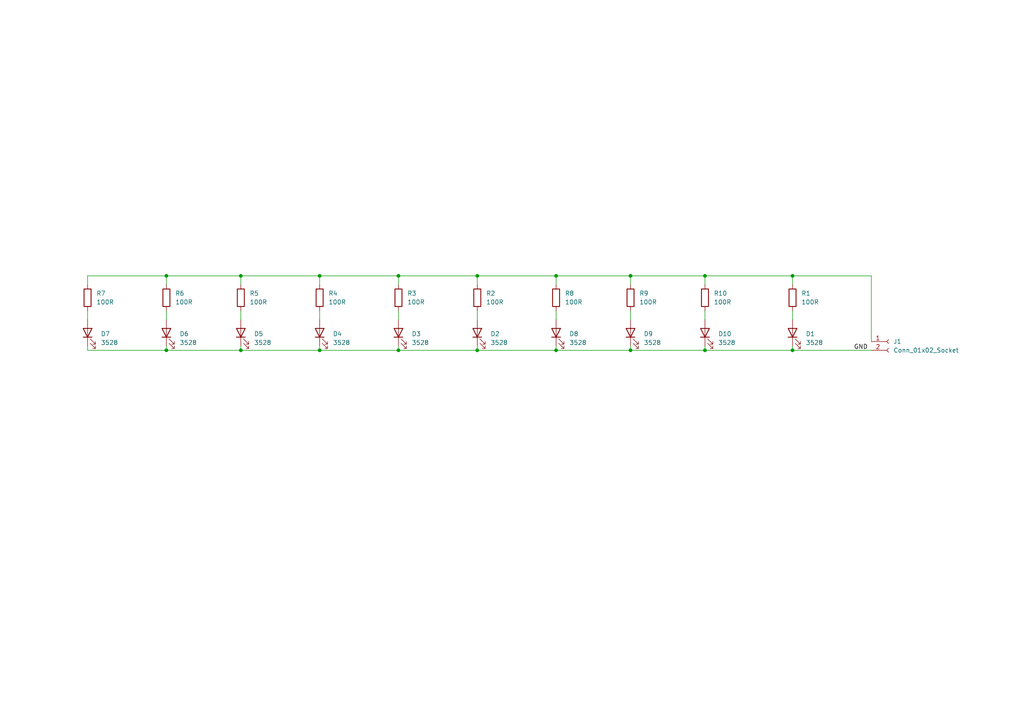
<source format=kicad_sch>
(kicad_sch (version 20230121) (generator eeschema)
  (paper "A4")
  (lib_symbols
    (symbol "Connector:Conn_01x02_Socket" (pin_names (offset 1.016) hide)
      (property "Reference" "J" (at 0 2.54 0))
      (property "Value" "Conn_01x02_Socket" (at 0 -5.08 0))
      (symbol "Conn_01x02_Socket_1_1"
        (arc (start 0 -2.032) (mid -0.5058 -2.54) (end 0 -3.048) (stroke (width 0.1524)))
        (polyline (pts (xy -1.27 -2.54) (xy -0.508 -2.54)) (stroke (width 0.1524)))
        (polyline (pts (xy -1.27 0) (xy -0.508 0)) (stroke (width 0.1524)))
        (arc (start 0 0.508) (mid -0.5058 0) (end 0 -0.508) (stroke (width 0.1524)))
        (pin passive line (at -5.08 0 0) (length 3.81) (name "Pin_1") (number "1"))
        (pin passive line (at -5.08 -2.54 0) (length 3.81) (name "Pin_2") (number "2"))
      )
    )
    (symbol "Device:LED" (pin_numbers hide) (pin_names (offset 1.016) hide)
      (property "Reference" "D" (at 0 2.54 0))
      (property "Value" "LED" (at 0 -2.54 0))
      (symbol "LED_0_1"
        (polyline (pts (xy -1.27 -1.27) (xy -1.27 1.27)) (stroke (width 0.254)))
        (polyline (pts (xy -1.27 0) (xy 1.27 0)))
        (polyline (pts (xy 1.27 -1.27) (xy 1.27 1.27) (xy -1.27 0) (xy 1.27 -1.27)) (stroke (width 0.254)))
        (polyline (pts (xy -3.048 -0.762) (xy -4.572 -2.286) (xy -3.81 -2.286) (xy -4.572 -2.286) (xy -4.572 -1.524)))
        (polyline (pts (xy -1.778 -0.762) (xy -3.302 -2.286) (xy -2.54 -2.286) (xy -3.302 -2.286) (xy -3.302 -1.524)))
      )
      (symbol "LED_1_1"
        (pin passive line (at -3.81 0 0) (length 2.54) (name "K") (number "1"))
        (pin passive line (at 3.81 0 180) (length 2.54) (name "A") (number "2"))
      )
    )
    (symbol "Device:R" (pin_numbers hide) (pin_names (offset 0))
      (property "Reference" "R" (at 2.032 0 90))
      (property "Value" "R" (at 0 0 90))
      (symbol "R_0_1"
        (rectangle (start -1.016 -2.54) (end 1.016 2.54) (stroke (width 0.254)))
      )
      (symbol "R_1_1"
        (pin passive line (at 0 3.81 270) (length 1.27) (name "~") (number "1"))
        (pin passive line (at 0 -3.81 90) (length 1.27) (name "~") (number "2"))
      )
    )
  )
  (junction (at 204.47 101.6))
  (junction (at 69.85 80.01))
  (junction (at 161.29 80.01))
  (junction (at 48.26 101.6))
  (junction (at 92.71 80.01))
  (junction (at 138.43 101.6))
  (junction (at 229.87 101.6))
  (junction (at 69.85 101.6))
  (junction (at 92.71 101.6))
  (junction (at 115.57 101.6))
  (junction (at 204.47 80.01))
  (junction (at 182.88 101.6))
  (junction (at 138.43 80.01))
  (junction (at 161.29 101.6))
  (junction (at 182.88 80.01))
  (junction (at 229.87 80.01))
  (junction (at 115.57 80.01))
  (junction (at 48.26 80.01))
  (wire (pts (xy 204.47 80.01) (xy 229.87 80.01)))
  (wire (pts (xy 182.88 101.6) (xy 204.47 101.6)))
  (wire (pts (xy 161.29 100.33) (xy 161.29 101.6)))
  (wire (pts (xy 229.87 90.17) (xy 229.87 92.71)))
  (wire (pts (xy 204.47 90.17) (xy 204.47 92.71)))
  (wire (pts (xy 115.57 101.6) (xy 138.43 101.6)))
  (wire (pts (xy 115.57 100.33) (xy 115.57 101.6)))
  (wire (pts (xy 92.71 100.33) (xy 92.71 101.6)))
  (wire (pts (xy 48.26 90.17) (xy 48.26 92.71)))
  (wire (pts (xy 25.4 80.01) (xy 48.26 80.01)))
  (wire (pts (xy 182.88 90.17) (xy 182.88 92.71)))
  (wire (pts (xy 25.4 90.17) (xy 25.4 92.71)))
  (wire (pts (xy 115.57 80.01) (xy 115.57 82.55)))
  (wire (pts (xy 229.87 80.01) (xy 229.87 82.55)))
  (wire (pts (xy 161.29 80.01) (xy 182.88 80.01)))
  (wire (pts (xy 252.73 80.01) (xy 229.87 80.01)))
  (wire (pts (xy 92.71 80.01) (xy 92.71 82.55)))
  (wire (pts (xy 92.71 101.6) (xy 115.57 101.6)))
  (wire (pts (xy 138.43 101.6) (xy 161.29 101.6)))
  (wire (pts (xy 204.47 101.6) (xy 229.87 101.6)))
  (wire (pts (xy 25.4 100.33) (xy 25.4 101.6)))
  (wire (pts (xy 229.87 101.6) (xy 252.73 101.6)))
  (wire (pts (xy 138.43 100.33) (xy 138.43 101.6)))
  (wire (pts (xy 252.73 99.06) (xy 252.73 80.01)))
  (wire (pts (xy 92.71 80.01) (xy 115.57 80.01)))
  (wire (pts (xy 138.43 80.01) (xy 161.29 80.01)))
  (wire (pts (xy 69.85 80.01) (xy 92.71 80.01)))
  (wire (pts (xy 161.29 90.17) (xy 161.29 92.71)))
  (wire (pts (xy 48.26 80.01) (xy 48.26 82.55)))
  (wire (pts (xy 48.26 101.6) (xy 69.85 101.6)))
  (wire (pts (xy 182.88 80.01) (xy 204.47 80.01)))
  (wire (pts (xy 115.57 90.17) (xy 115.57 92.71)))
  (wire (pts (xy 25.4 101.6) (xy 48.26 101.6)))
  (wire (pts (xy 48.26 80.01) (xy 69.85 80.01)))
  (wire (pts (xy 161.29 80.01) (xy 161.29 82.55)))
  (wire (pts (xy 229.87 100.33) (xy 229.87 101.6)))
  (wire (pts (xy 204.47 100.33) (xy 204.47 101.6)))
  (wire (pts (xy 182.88 100.33) (xy 182.88 101.6)))
  (wire (pts (xy 69.85 90.17) (xy 69.85 92.71)))
  (wire (pts (xy 69.85 100.33) (xy 69.85 101.6)))
  (wire (pts (xy 204.47 80.01) (xy 204.47 82.55)))
  (wire (pts (xy 69.85 80.01) (xy 69.85 82.55)))
  (wire (pts (xy 92.71 90.17) (xy 92.71 92.71)))
  (wire (pts (xy 182.88 80.01) (xy 182.88 82.55)))
  (wire (pts (xy 69.85 101.6) (xy 92.71 101.6)))
  (wire (pts (xy 138.43 90.17) (xy 138.43 92.71)))
  (wire (pts (xy 48.26 100.33) (xy 48.26 101.6)))
  (wire (pts (xy 138.43 80.01) (xy 138.43 82.55)))
  (wire (pts (xy 25.4 82.55) (xy 25.4 80.01)))
  (wire (pts (xy 161.29 101.6) (xy 182.88 101.6)))
  (wire (pts (xy 115.57 80.01) (xy 138.43 80.01)))
  (label "GND" (at 247.65 101.6 0))
  (symbol (lib_id "Device:R") (at 182.88 86.36 0) (unit 1)
    (property "Reference" "R9" (at 185.42 85.09 0) (effects (justify left)))
    (property "Value" "100R" (at 185.42 87.63 0) (effects (justify left)))
    (property "Footprint" "Resistor_SMD:R_0603_1608Metric_Pad0.98x0.95mm_HandSolder" (effects hide))
  )
  (symbol (lib_id "Device:R") (at 204.47 86.36 0) (unit 1)
    (property "Reference" "R10" (at 207.01 85.09 0) (effects (justify left)))
    (property "Value" "100R" (at 207.01 87.63 0) (effects (justify left)))
    (property "Footprint" "Resistor_SMD:R_0603_1608Metric_Pad0.98x0.95mm_HandSolder" (effects hide))
  )
  (symbol (lib_id "Device:LED") (at 115.57 96.52 90) (unit 1)
    (property "Reference" "D3" (at 119.38 96.8375 90) (effects (justify right)))
    (property "Value" "3528" (at 119.38 99.3775 90) (effects (justify right)))
    (property "Footprint" "LED_SMD:LED_PLCC_2835_Handsoldering" (effects hide))
  )
  (symbol (lib_id "Device:R") (at 115.57 86.36 0) (unit 1)
    (property "Reference" "R3" (at 118.11 85.09 0) (effects (justify left)))
    (property "Value" "100R" (at 118.11 87.63 0) (effects (justify left)))
    (property "Footprint" "Resistor_SMD:R_0603_1608Metric_Pad0.98x0.95mm_HandSolder" (effects hide))
  )
  (symbol (lib_id "Device:LED") (at 182.88 96.52 90) (unit 1)
    (property "Reference" "D9" (at 186.69 96.8375 90) (effects (justify right)))
    (property "Value" "3528" (at 186.69 99.3775 90) (effects (justify right)))
    (property "Footprint" "LED_SMD:LED_PLCC_2835_Handsoldering" (effects hide))
  )
  (symbol (lib_id "Device:LED") (at 138.43 96.52 90) (unit 1)
    (property "Reference" "D2" (at 142.24 96.8375 90) (effects (justify right)))
    (property "Value" "3528" (at 142.24 99.3775 90) (effects (justify right)))
    (property "Footprint" "LED_SMD:LED_PLCC_2835_Handsoldering" (effects hide))
  )
  (symbol (lib_id "Device:R") (at 48.26 86.36 0) (unit 1)
    (property "Reference" "R6" (at 50.8 85.09 0) (effects (justify left)))
    (property "Value" "100R" (at 50.8 87.63 0) (effects (justify left)))
    (property "Footprint" "Resistor_SMD:R_0603_1608Metric_Pad0.98x0.95mm_HandSolder" (effects hide))
  )
  (symbol (lib_id "Connector:Conn_01x02_Socket") (at 257.81 99.06 0) (unit 1)
    (property "Reference" "J1" (at 259.08 99.06 0) (effects (justify left)))
    (property "Value" "Conn_01x02_Socket" (at 259.08 101.6 0) (effects (justify left)))
    (property "Footprint" "Connector_JST:JST_XH_S2B-XH-A_1x02_P2.50mm_Horizontal" (effects hide))
  )
  (symbol (lib_id "Device:LED") (at 69.85 96.52 90) (unit 1)
    (property "Reference" "D5" (at 73.66 96.8375 90) (effects (justify right)))
    (property "Value" "3528" (at 73.66 99.3775 90) (effects (justify right)))
    (property "Footprint" "LED_SMD:LED_PLCC_2835_Handsoldering" (effects hide))
  )
  (symbol (lib_id "Device:R") (at 161.29 86.36 0) (unit 1)
    (property "Reference" "R8" (at 163.83 85.09 0) (effects (justify left)))
    (property "Value" "100R" (at 163.83 87.63 0) (effects (justify left)))
    (property "Footprint" "Resistor_SMD:R_0603_1608Metric_Pad0.98x0.95mm_HandSolder" (effects hide))
  )
  (symbol (lib_id "Device:LED") (at 48.26 96.52 90) (unit 1)
    (property "Reference" "D6" (at 52.07 96.8375 90) (effects (justify right)))
    (property "Value" "3528" (at 52.07 99.3775 90) (effects (justify right)))
    (property "Footprint" "LED_SMD:LED_PLCC_2835_Handsoldering" (effects hide))
  )
  (symbol (lib_id "Device:LED") (at 92.71 96.52 90) (unit 1)
    (property "Reference" "D4" (at 96.52 96.8375 90) (effects (justify right)))
    (property "Value" "3528" (at 96.52 99.3775 90) (effects (justify right)))
    (property "Footprint" "LED_SMD:LED_PLCC_2835_Handsoldering" (effects hide))
  )
  (symbol (lib_id "Device:R") (at 69.85 86.36 0) (unit 1)
    (property "Reference" "R5" (at 72.39 85.09 0) (effects (justify left)))
    (property "Value" "100R" (at 72.39 87.63 0) (effects (justify left)))
    (property "Footprint" "Resistor_SMD:R_0603_1608Metric_Pad0.98x0.95mm_HandSolder" (effects hide))
  )
  (symbol (lib_id "Device:R") (at 92.71 86.36 0) (unit 1)
    (property "Reference" "R4" (at 95.25 85.09 0) (effects (justify left)))
    (property "Value" "100R" (at 95.25 87.63 0) (effects (justify left)))
    (property "Footprint" "Resistor_SMD:R_0603_1608Metric_Pad0.98x0.95mm_HandSolder" (effects hide))
  )
  (symbol (lib_id "Device:LED") (at 229.87 96.52 90) (unit 1)
    (property "Reference" "D1" (at 233.68 96.8375 90) (effects (justify right)))
    (property "Value" "3528" (at 233.68 99.3775 90) (effects (justify right)))
    (property "Footprint" "LED_SMD:LED_PLCC_2835_Handsoldering" (effects hide))
  )
  (symbol (lib_id "Device:LED") (at 204.47 96.52 90) (unit 1)
    (property "Reference" "D10" (at 208.28 96.8375 90) (effects (justify right)))
    (property "Value" "3528" (at 208.28 99.3775 90) (effects (justify right)))
    (property "Footprint" "LED_SMD:LED_PLCC_2835_Handsoldering" (effects hide))
  )
  (symbol (lib_id "Device:LED") (at 161.29 96.52 90) (unit 1)
    (property "Reference" "D8" (at 165.1 96.8375 90) (effects (justify right)))
    (property "Value" "3528" (at 165.1 99.3775 90) (effects (justify right)))
    (property "Footprint" "LED_SMD:LED_PLCC_2835_Handsoldering" (effects hide))
  )
  (symbol (lib_id "Device:R") (at 25.4 86.36 0) (unit 1)
    (property "Reference" "R7" (at 27.94 85.09 0) (effects (justify left)))
    (property "Value" "100R" (at 27.94 87.63 0) (effects (justify left)))
    (property "Footprint" "Resistor_SMD:R_0603_1608Metric_Pad0.98x0.95mm_HandSolder" (effects hide))
  )
  (symbol (lib_id "Device:R") (at 229.87 86.36 0) (unit 1)
    (property "Reference" "R1" (at 232.41 85.09 0) (effects (justify left)))
    (property "Value" "100R" (at 232.41 87.63 0) (effects (justify left)))
    (property "Footprint" "Resistor_SMD:R_0603_1608Metric_Pad0.98x0.95mm_HandSolder" (effects hide))
  )
  (symbol (lib_id "Device:R") (at 138.43 86.36 0) (unit 1)
    (property "Reference" "R2" (at 140.97 85.09 0) (effects (justify left)))
    (property "Value" "100R" (at 140.97 87.63 0) (effects (justify left)))
    (property "Footprint" "Resistor_SMD:R_0603_1608Metric_Pad0.98x0.95mm_HandSolder" (effects hide))
  )
  (symbol (lib_id "Device:LED") (at 25.4 96.52 90) (unit 1)
    (property "Reference" "D7" (at 29.21 96.8375 90) (effects (justify right)))
    (property "Value" "3528" (at 29.21 99.3775 90) (effects (justify right)))
    (property "Footprint" "LED_SMD:LED_PLCC_2835_Handsoldering" (effects hide))
  )
)
</source>
